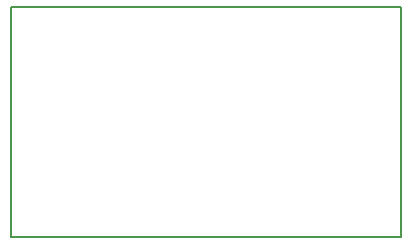
<source format=gbr>
G04 #@! TF.GenerationSoftware,KiCad,Pcbnew,(5.0.2)-1*
G04 #@! TF.CreationDate,2019-06-22T00:22:24-07:00*
G04 #@! TF.ProjectId,pic_beeper,7069635f-6265-4657-9065-722e6b696361,rev?*
G04 #@! TF.SameCoordinates,Original*
G04 #@! TF.FileFunction,Profile,NP*
%FSLAX46Y46*%
G04 Gerber Fmt 4.6, Leading zero omitted, Abs format (unit mm)*
G04 Created by KiCad (PCBNEW (5.0.2)-1) date 6/22/2019 12:22:24 AM*
%MOMM*%
%LPD*%
G01*
G04 APERTURE LIST*
%ADD10C,0.200000*%
G04 APERTURE END LIST*
D10*
X33000000Y-19500000D02*
X-20000Y-19500000D01*
X33020000Y0D02*
X33000000Y-19500000D01*
X0Y0D02*
X33020000Y0D01*
X0Y-19500000D02*
X0Y0D01*
M02*

</source>
